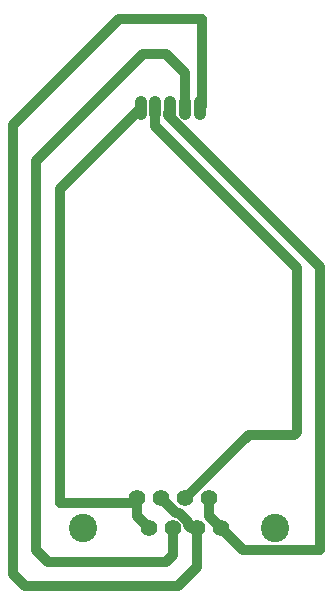
<source format=gbr>
G04 EAGLE Gerber X2 export*
%TF.Part,Single*%
%TF.FileFunction,Copper,L1,Top,Mixed*%
%TF.FilePolarity,Positive*%
%TF.GenerationSoftware,Autodesk,EAGLE,8.7.0*%
%TF.CreationDate,2018-04-05T02:51:55Z*%
G75*
%MOMM*%
%FSLAX34Y34*%
%LPD*%
%AMOC8*
5,1,8,0,0,1.08239X$1,22.5*%
G01*
%ADD10C,1.008000*%
%ADD11C,1.422400*%
%ADD12C,2.400000*%
%ADD13C,0.812800*%


D10*
X408286Y429680D02*
X408286Y439760D01*
X395786Y439760D02*
X395786Y429680D01*
X383286Y429680D02*
X383286Y439760D01*
X370786Y439760D02*
X370786Y429680D01*
X358286Y429680D02*
X358286Y439760D01*
D11*
X355300Y104000D03*
X365500Y78600D03*
X375700Y104000D03*
X385900Y78600D03*
X396100Y104000D03*
X406300Y78600D03*
X416500Y104000D03*
X426700Y78600D03*
D12*
X309750Y78600D03*
X472250Y78600D03*
D13*
X406300Y78600D02*
X401100Y78600D01*
X388400Y91300D02*
X375700Y104000D01*
X388400Y91300D02*
X391161Y91300D01*
X398600Y83861D01*
X398600Y81100D01*
X401100Y78600D01*
X406300Y78600D02*
X406300Y46300D01*
X390000Y30000D01*
X260000Y30000D01*
X250000Y40000D01*
X250000Y420000D01*
X340000Y510000D01*
X410000Y510000D01*
X410000Y436434D01*
X408286Y434720D01*
X385900Y78600D02*
X385900Y55900D01*
X380000Y50000D01*
X280000Y50000D01*
X270000Y60000D01*
X270000Y390000D01*
X360000Y480000D01*
X380000Y480000D01*
X395786Y464214D01*
X395786Y434720D01*
X416500Y88800D02*
X426700Y78600D01*
X416500Y88800D02*
X416500Y104000D01*
X426700Y78600D02*
X445300Y60000D01*
X510000Y60000D01*
X510000Y300000D01*
X381414Y428586D01*
X381414Y430000D01*
X383286Y431872D01*
X383286Y434720D01*
X450076Y157976D02*
X396100Y104000D01*
X490544Y160544D02*
X490544Y299456D01*
X490544Y160544D02*
X487976Y157976D01*
X370786Y419214D02*
X370786Y434720D01*
X450076Y157976D02*
X487976Y157976D01*
X490544Y299456D02*
X370786Y419214D01*
X355300Y88800D02*
X365500Y78600D01*
X355300Y88800D02*
X355300Y104000D01*
X351300Y100000D01*
X290000Y100000D02*
X290000Y115453D01*
X289626Y115827D01*
X289626Y366060D01*
X358286Y434720D01*
X351300Y100000D02*
X290000Y100000D01*
M02*

</source>
